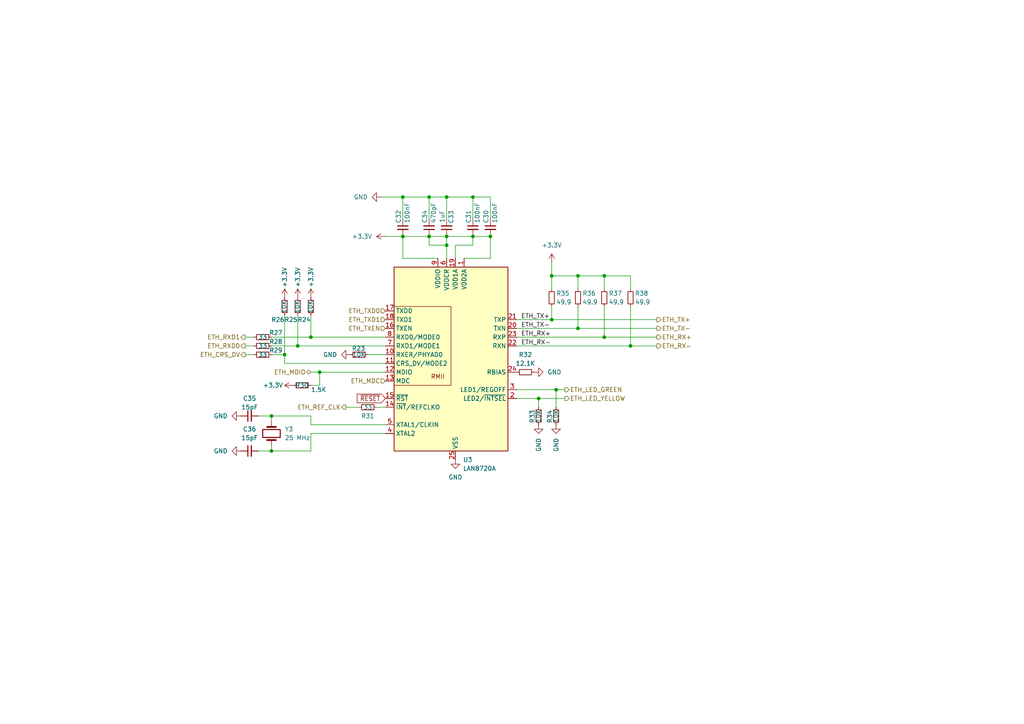
<source format=kicad_sch>
(kicad_sch (version 20230121) (generator eeschema)

  (uuid 23837e53-d86a-4d60-b012-27b5a1edff9f)

  (paper "A4")

  (lib_symbols
    (symbol "Device:C_Small" (pin_numbers hide) (pin_names (offset 0.254) hide) (in_bom yes) (on_board yes)
      (property "Reference" "C" (at 0.254 1.778 0)
        (effects (font (size 1.27 1.27)) (justify left))
      )
      (property "Value" "C_Small" (at 0.254 -2.032 0)
        (effects (font (size 1.27 1.27)) (justify left))
      )
      (property "Footprint" "" (at 0 0 0)
        (effects (font (size 1.27 1.27)) hide)
      )
      (property "Datasheet" "~" (at 0 0 0)
        (effects (font (size 1.27 1.27)) hide)
      )
      (property "ki_keywords" "capacitor cap" (at 0 0 0)
        (effects (font (size 1.27 1.27)) hide)
      )
      (property "ki_description" "Unpolarized capacitor, small symbol" (at 0 0 0)
        (effects (font (size 1.27 1.27)) hide)
      )
      (property "ki_fp_filters" "C_*" (at 0 0 0)
        (effects (font (size 1.27 1.27)) hide)
      )
      (symbol "C_Small_0_1"
        (polyline
          (pts
            (xy -1.524 -0.508)
            (xy 1.524 -0.508)
          )
          (stroke (width 0.3302) (type default))
          (fill (type none))
        )
        (polyline
          (pts
            (xy -1.524 0.508)
            (xy 1.524 0.508)
          )
          (stroke (width 0.3048) (type default))
          (fill (type none))
        )
      )
      (symbol "C_Small_1_1"
        (pin passive line (at 0 2.54 270) (length 2.032)
          (name "~" (effects (font (size 1.27 1.27))))
          (number "1" (effects (font (size 1.27 1.27))))
        )
        (pin passive line (at 0 -2.54 90) (length 2.032)
          (name "~" (effects (font (size 1.27 1.27))))
          (number "2" (effects (font (size 1.27 1.27))))
        )
      )
    )
    (symbol "Device:Crystal" (pin_numbers hide) (pin_names (offset 1.016) hide) (in_bom yes) (on_board yes)
      (property "Reference" "Y" (at 0 3.81 0)
        (effects (font (size 1.27 1.27)))
      )
      (property "Value" "Crystal" (at 0 -3.81 0)
        (effects (font (size 1.27 1.27)))
      )
      (property "Footprint" "" (at 0 0 0)
        (effects (font (size 1.27 1.27)) hide)
      )
      (property "Datasheet" "~" (at 0 0 0)
        (effects (font (size 1.27 1.27)) hide)
      )
      (property "ki_keywords" "quartz ceramic resonator oscillator" (at 0 0 0)
        (effects (font (size 1.27 1.27)) hide)
      )
      (property "ki_description" "Two pin crystal" (at 0 0 0)
        (effects (font (size 1.27 1.27)) hide)
      )
      (property "ki_fp_filters" "Crystal*" (at 0 0 0)
        (effects (font (size 1.27 1.27)) hide)
      )
      (symbol "Crystal_0_1"
        (rectangle (start -1.143 2.54) (end 1.143 -2.54)
          (stroke (width 0.3048) (type default))
          (fill (type none))
        )
        (polyline
          (pts
            (xy -2.54 0)
            (xy -1.905 0)
          )
          (stroke (width 0) (type default))
          (fill (type none))
        )
        (polyline
          (pts
            (xy -1.905 -1.27)
            (xy -1.905 1.27)
          )
          (stroke (width 0.508) (type default))
          (fill (type none))
        )
        (polyline
          (pts
            (xy 1.905 -1.27)
            (xy 1.905 1.27)
          )
          (stroke (width 0.508) (type default))
          (fill (type none))
        )
        (polyline
          (pts
            (xy 2.54 0)
            (xy 1.905 0)
          )
          (stroke (width 0) (type default))
          (fill (type none))
        )
      )
      (symbol "Crystal_1_1"
        (pin passive line (at -3.81 0 0) (length 1.27)
          (name "1" (effects (font (size 1.27 1.27))))
          (number "1" (effects (font (size 1.27 1.27))))
        )
        (pin passive line (at 3.81 0 180) (length 1.27)
          (name "2" (effects (font (size 1.27 1.27))))
          (number "2" (effects (font (size 1.27 1.27))))
        )
      )
    )
    (symbol "Device:R_Small" (pin_numbers hide) (pin_names (offset 0.254) hide) (in_bom yes) (on_board yes)
      (property "Reference" "R" (at 0.762 0.508 0)
        (effects (font (size 1.27 1.27)) (justify left))
      )
      (property "Value" "R_Small" (at 0.762 -1.016 0)
        (effects (font (size 1.27 1.27)) (justify left))
      )
      (property "Footprint" "" (at 0 0 0)
        (effects (font (size 1.27 1.27)) hide)
      )
      (property "Datasheet" "~" (at 0 0 0)
        (effects (font (size 1.27 1.27)) hide)
      )
      (property "ki_keywords" "R resistor" (at 0 0 0)
        (effects (font (size 1.27 1.27)) hide)
      )
      (property "ki_description" "Resistor, small symbol" (at 0 0 0)
        (effects (font (size 1.27 1.27)) hide)
      )
      (property "ki_fp_filters" "R_*" (at 0 0 0)
        (effects (font (size 1.27 1.27)) hide)
      )
      (symbol "R_Small_0_1"
        (rectangle (start -0.762 1.778) (end 0.762 -1.778)
          (stroke (width 0.2032) (type default))
          (fill (type none))
        )
      )
      (symbol "R_Small_1_1"
        (pin passive line (at 0 2.54 270) (length 0.762)
          (name "~" (effects (font (size 1.27 1.27))))
          (number "1" (effects (font (size 1.27 1.27))))
        )
        (pin passive line (at 0 -2.54 90) (length 0.762)
          (name "~" (effects (font (size 1.27 1.27))))
          (number "2" (effects (font (size 1.27 1.27))))
        )
      )
    )
    (symbol "Interface_Ethernet:LAN8720A" (in_bom yes) (on_board yes)
      (property "Reference" "U" (at -13.97 29.21 0)
        (effects (font (size 1.27 1.27)) (justify right))
      )
      (property "Value" "LAN8720A" (at 15.24 29.21 0)
        (effects (font (size 1.27 1.27)) (justify right))
      )
      (property "Footprint" "Package_DFN_QFN:VQFN-24-1EP_4x4mm_P0.5mm_EP2.5x2.5mm_ThermalVias" (at 1.27 -26.67 0)
        (effects (font (size 1.27 1.27)) (justify left) hide)
      )
      (property "Datasheet" "http://ww1.microchip.com/downloads/en/DeviceDoc/8720a.pdf" (at -5.08 -24.13 0)
        (effects (font (size 1.27 1.27)) hide)
      )
      (property "ki_keywords" "ETH PHY RMII" (at 0 0 0)
        (effects (font (size 1.27 1.27)) hide)
      )
      (property "ki_description" "LAN8720 Ethernet PHY with RMII interface, QFN-24" (at 0 0 0)
        (effects (font (size 1.27 1.27)) hide)
      )
      (property "ki_fp_filters" "VQFN*1EP*4x4mm*P0.5mm*" (at 0 0 0)
        (effects (font (size 1.27 1.27)) hide)
      )
      (symbol "LAN8720A_0_0"
        (text "RMII" (at -5.08 -3.81 0)
          (effects (font (size 1.27 1.27)))
        )
      )
      (symbol "LAN8720A_0_1"
        (rectangle (start -17.78 27.94) (end 15.24 -25.4)
          (stroke (width 0.254) (type default))
          (fill (type background))
        )
        (polyline
          (pts
            (xy -17.78 -6.35)
            (xy -1.27 -6.35)
            (xy -1.27 16.51)
            (xy -17.78 16.51)
          )
          (stroke (width 0) (type default))
          (fill (type none))
        )
      )
      (symbol "LAN8720A_1_1"
        (pin power_in line (at 2.54 30.48 270) (length 2.54)
          (name "VDD2A" (effects (font (size 1.27 1.27))))
          (number "1" (effects (font (size 1.27 1.27))))
        )
        (pin output line (at -20.32 2.54 0) (length 2.54)
          (name "RXER/PHYAD0" (effects (font (size 1.27 1.27))))
          (number "10" (effects (font (size 1.27 1.27))))
        )
        (pin bidirectional line (at -20.32 0 0) (length 2.54)
          (name "CRS_DV/MODE2" (effects (font (size 1.27 1.27))))
          (number "11" (effects (font (size 1.27 1.27))))
        )
        (pin bidirectional line (at -20.32 -2.54 0) (length 2.54)
          (name "MDIO" (effects (font (size 1.27 1.27))))
          (number "12" (effects (font (size 1.27 1.27))))
        )
        (pin input line (at -20.32 -5.08 0) (length 2.54)
          (name "MDC" (effects (font (size 1.27 1.27))))
          (number "13" (effects (font (size 1.27 1.27))))
        )
        (pin output line (at -20.32 -12.7 0) (length 2.54)
          (name "~{INT}/REFCLKO" (effects (font (size 1.27 1.27))))
          (number "14" (effects (font (size 1.27 1.27))))
        )
        (pin input line (at -20.32 -10.16 0) (length 2.54)
          (name "~{RST}" (effects (font (size 1.27 1.27))))
          (number "15" (effects (font (size 1.27 1.27))))
        )
        (pin input line (at -20.32 10.16 0) (length 2.54)
          (name "TXEN" (effects (font (size 1.27 1.27))))
          (number "16" (effects (font (size 1.27 1.27))))
        )
        (pin input line (at -20.32 15.24 0) (length 2.54)
          (name "TXD0" (effects (font (size 1.27 1.27))))
          (number "17" (effects (font (size 1.27 1.27))))
        )
        (pin input line (at -20.32 12.7 0) (length 2.54)
          (name "TXD1" (effects (font (size 1.27 1.27))))
          (number "18" (effects (font (size 1.27 1.27))))
        )
        (pin power_in line (at 0 30.48 270) (length 2.54)
          (name "VDD1A" (effects (font (size 1.27 1.27))))
          (number "19" (effects (font (size 1.27 1.27))))
        )
        (pin bidirectional line (at 17.78 -10.16 180) (length 2.54)
          (name "LED2/~{INTSEL}" (effects (font (size 1.27 1.27))))
          (number "2" (effects (font (size 1.27 1.27))))
        )
        (pin bidirectional line (at 17.78 10.16 180) (length 2.54)
          (name "TXN" (effects (font (size 1.27 1.27))))
          (number "20" (effects (font (size 1.27 1.27))))
        )
        (pin bidirectional line (at 17.78 12.7 180) (length 2.54)
          (name "TXP" (effects (font (size 1.27 1.27))))
          (number "21" (effects (font (size 1.27 1.27))))
        )
        (pin bidirectional line (at 17.78 5.08 180) (length 2.54)
          (name "RXN" (effects (font (size 1.27 1.27))))
          (number "22" (effects (font (size 1.27 1.27))))
        )
        (pin bidirectional line (at 17.78 7.62 180) (length 2.54)
          (name "RXP" (effects (font (size 1.27 1.27))))
          (number "23" (effects (font (size 1.27 1.27))))
        )
        (pin passive line (at 17.78 -2.54 180) (length 2.54)
          (name "RBIAS" (effects (font (size 1.27 1.27))))
          (number "24" (effects (font (size 1.27 1.27))))
        )
        (pin power_in line (at 0 -27.94 90) (length 2.54)
          (name "VSS" (effects (font (size 1.27 1.27))))
          (number "25" (effects (font (size 1.27 1.27))))
        )
        (pin bidirectional line (at 17.78 -7.62 180) (length 2.54)
          (name "LED1/REGOFF" (effects (font (size 1.27 1.27))))
          (number "3" (effects (font (size 1.27 1.27))))
        )
        (pin output line (at -20.32 -20.32 0) (length 2.54)
          (name "XTAL2" (effects (font (size 1.27 1.27))))
          (number "4" (effects (font (size 1.27 1.27))))
        )
        (pin input line (at -20.32 -17.78 0) (length 2.54)
          (name "XTAL1/CLKIN" (effects (font (size 1.27 1.27))))
          (number "5" (effects (font (size 1.27 1.27))))
        )
        (pin power_in line (at -2.54 30.48 270) (length 2.54)
          (name "VDDCR" (effects (font (size 1.27 1.27))))
          (number "6" (effects (font (size 1.27 1.27))))
        )
        (pin bidirectional line (at -20.32 5.08 0) (length 2.54)
          (name "RXD1/MODE1" (effects (font (size 1.27 1.27))))
          (number "7" (effects (font (size 1.27 1.27))))
        )
        (pin bidirectional line (at -20.32 7.62 0) (length 2.54)
          (name "RXD0/MODE0" (effects (font (size 1.27 1.27))))
          (number "8" (effects (font (size 1.27 1.27))))
        )
        (pin power_in line (at -5.08 30.48 270) (length 2.54)
          (name "VDDIO" (effects (font (size 1.27 1.27))))
          (number "9" (effects (font (size 1.27 1.27))))
        )
      )
    )
    (symbol "power:+3.3V" (power) (pin_names (offset 0)) (in_bom yes) (on_board yes)
      (property "Reference" "#PWR" (at 0 -3.81 0)
        (effects (font (size 1.27 1.27)) hide)
      )
      (property "Value" "+3.3V" (at 0 3.556 0)
        (effects (font (size 1.27 1.27)))
      )
      (property "Footprint" "" (at 0 0 0)
        (effects (font (size 1.27 1.27)) hide)
      )
      (property "Datasheet" "" (at 0 0 0)
        (effects (font (size 1.27 1.27)) hide)
      )
      (property "ki_keywords" "global power" (at 0 0 0)
        (effects (font (size 1.27 1.27)) hide)
      )
      (property "ki_description" "Power symbol creates a global label with name \"+3.3V\"" (at 0 0 0)
        (effects (font (size 1.27 1.27)) hide)
      )
      (symbol "+3.3V_0_1"
        (polyline
          (pts
            (xy -0.762 1.27)
            (xy 0 2.54)
          )
          (stroke (width 0) (type default))
          (fill (type none))
        )
        (polyline
          (pts
            (xy 0 0)
            (xy 0 2.54)
          )
          (stroke (width 0) (type default))
          (fill (type none))
        )
        (polyline
          (pts
            (xy 0 2.54)
            (xy 0.762 1.27)
          )
          (stroke (width 0) (type default))
          (fill (type none))
        )
      )
      (symbol "+3.3V_1_1"
        (pin power_in line (at 0 0 90) (length 0) hide
          (name "+3.3V" (effects (font (size 1.27 1.27))))
          (number "1" (effects (font (size 1.27 1.27))))
        )
      )
    )
    (symbol "power:GND" (power) (pin_names (offset 0)) (in_bom yes) (on_board yes)
      (property "Reference" "#PWR" (at 0 -6.35 0)
        (effects (font (size 1.27 1.27)) hide)
      )
      (property "Value" "GND" (at 0 -3.81 0)
        (effects (font (size 1.27 1.27)))
      )
      (property "Footprint" "" (at 0 0 0)
        (effects (font (size 1.27 1.27)) hide)
      )
      (property "Datasheet" "" (at 0 0 0)
        (effects (font (size 1.27 1.27)) hide)
      )
      (property "ki_keywords" "global power" (at 0 0 0)
        (effects (font (size 1.27 1.27)) hide)
      )
      (property "ki_description" "Power symbol creates a global label with name \"GND\" , ground" (at 0 0 0)
        (effects (font (size 1.27 1.27)) hide)
      )
      (symbol "GND_0_1"
        (polyline
          (pts
            (xy 0 0)
            (xy 0 -1.27)
            (xy 1.27 -1.27)
            (xy 0 -2.54)
            (xy -1.27 -1.27)
            (xy 0 -1.27)
          )
          (stroke (width 0) (type default))
          (fill (type none))
        )
      )
      (symbol "GND_1_1"
        (pin power_in line (at 0 0 270) (length 0) hide
          (name "GND" (effects (font (size 1.27 1.27))))
          (number "1" (effects (font (size 1.27 1.27))))
        )
      )
    )
  )

  (junction (at 129.54 57.15) (diameter 0) (color 0 0 0 0)
    (uuid 02521b79-f66b-431e-859c-c16483d01196)
  )
  (junction (at 161.29 113.03) (diameter 0) (color 0 0 0 0)
    (uuid 10ebe2d0-79c3-4850-bb3b-0d887ba6b4eb)
  )
  (junction (at 175.26 80.01) (diameter 0) (color 0 0 0 0)
    (uuid 11908fa8-3a7c-4410-860c-235f00e23ae5)
  )
  (junction (at 86.36 100.33) (diameter 0) (color 0 0 0 0)
    (uuid 32e8e27f-d27a-47cc-af95-b92bb025850d)
  )
  (junction (at 124.46 57.15) (diameter 0) (color 0 0 0 0)
    (uuid 39f3d245-dbfe-4a69-8d4e-b5728cc8648a)
  )
  (junction (at 167.64 95.25) (diameter 0) (color 0 0 0 0)
    (uuid 3df1e80d-6b2b-4f2f-8da2-c590ea6620a3)
  )
  (junction (at 156.21 115.57) (diameter 0) (color 0 0 0 0)
    (uuid 3ea7415f-0738-4dba-834e-8a5562c3cbf6)
  )
  (junction (at 129.54 68.58) (diameter 0) (color 0 0 0 0)
    (uuid 63e76feb-be79-4d1b-b8c6-d0e2585334d6)
  )
  (junction (at 160.02 92.71) (diameter 0) (color 0 0 0 0)
    (uuid 758b9dea-37d4-429d-b0f4-5a8ad960f976)
  )
  (junction (at 160.02 80.01) (diameter 0) (color 0 0 0 0)
    (uuid 77f7affb-9dd4-488b-b129-2f028c589c90)
  )
  (junction (at 129.54 71.12) (diameter 0) (color 0 0 0 0)
    (uuid 7a1df3c3-5d99-4289-a978-2b500efa5141)
  )
  (junction (at 142.24 68.58) (diameter 0) (color 0 0 0 0)
    (uuid 7b52ba8f-0d0b-402f-a4a2-f76fbe54720c)
  )
  (junction (at 78.74 120.65) (diameter 0) (color 0 0 0 0)
    (uuid 83586c06-99c3-4537-9d31-e219b4a59250)
  )
  (junction (at 116.84 57.15) (diameter 0) (color 0 0 0 0)
    (uuid 8490b78c-c5ca-4226-9065-4bf993e33f12)
  )
  (junction (at 78.74 130.81) (diameter 0) (color 0 0 0 0)
    (uuid 8b561587-1d61-40ea-b418-f6f03ea573a7)
  )
  (junction (at 116.84 68.58) (diameter 0) (color 0 0 0 0)
    (uuid 8b5b9e10-17a2-480a-9178-860ec06b28fe)
  )
  (junction (at 137.16 57.15) (diameter 0) (color 0 0 0 0)
    (uuid 939757cc-5399-4a59-bc4f-70b452a1d2e1)
  )
  (junction (at 92.71 107.95) (diameter 0) (color 0 0 0 0)
    (uuid 94a843bc-eb06-49de-bd42-ef077ad7a729)
  )
  (junction (at 124.46 68.58) (diameter 0) (color 0 0 0 0)
    (uuid 983407cc-5c1f-4222-9ceb-f30b2fb35bd0)
  )
  (junction (at 137.16 68.58) (diameter 0) (color 0 0 0 0)
    (uuid 9853bf21-2d88-42e7-a6aa-410e9b4eb25c)
  )
  (junction (at 82.55 102.87) (diameter 0) (color 0 0 0 0)
    (uuid bbec71ed-74fc-49dc-9e0d-23d9e73c9a1d)
  )
  (junction (at 175.26 97.79) (diameter 0) (color 0 0 0 0)
    (uuid bc5c0385-101c-4709-959e-f020d2a1e53d)
  )
  (junction (at 182.88 100.33) (diameter 0) (color 0 0 0 0)
    (uuid e2d52f71-4937-4814-9361-1d47443aee82)
  )
  (junction (at 90.17 97.79) (diameter 0) (color 0 0 0 0)
    (uuid e6f94c37-de46-44f7-b863-f14c42b9d047)
  )
  (junction (at 167.64 80.01) (diameter 0) (color 0 0 0 0)
    (uuid f308029e-8a94-4b2c-a322-2b65eb59a682)
  )

  (wire (pts (xy 149.86 92.71) (xy 160.02 92.71))
    (stroke (width 0) (type default))
    (uuid 0018b86d-84e0-4c55-9636-a94772c33992)
  )
  (wire (pts (xy 156.21 115.57) (xy 156.21 118.11))
    (stroke (width 0) (type default))
    (uuid 00647a9d-7608-43c0-972f-e11fd47b7429)
  )
  (wire (pts (xy 142.24 74.93) (xy 142.24 68.58))
    (stroke (width 0) (type default))
    (uuid 02a35e61-14cd-418a-975f-0761895193d1)
  )
  (wire (pts (xy 175.26 80.01) (xy 175.26 83.82))
    (stroke (width 0) (type default))
    (uuid 0470f2ac-f5f4-4cd0-8d60-c38dc11c70a5)
  )
  (wire (pts (xy 78.74 130.81) (xy 78.74 129.54))
    (stroke (width 0) (type default))
    (uuid 05522b3f-c61d-4e8f-bc78-d58ea4f86eb1)
  )
  (wire (pts (xy 124.46 57.15) (xy 124.46 63.5))
    (stroke (width 0) (type default))
    (uuid 08a857d5-82b8-4907-8252-68685cf46832)
  )
  (wire (pts (xy 129.54 68.58) (xy 129.54 71.12))
    (stroke (width 0) (type default))
    (uuid 08d9fd44-df28-4f97-8021-37d1feb9ec9a)
  )
  (wire (pts (xy 74.93 120.65) (xy 78.74 120.65))
    (stroke (width 0) (type default))
    (uuid 0c0e439c-2dd6-42fd-9000-5d0e69ba6a75)
  )
  (wire (pts (xy 82.55 91.44) (xy 82.55 102.87))
    (stroke (width 0) (type default))
    (uuid 0e6fd3b9-cca4-475e-b04f-7e544ac649ae)
  )
  (wire (pts (xy 74.93 130.81) (xy 78.74 130.81))
    (stroke (width 0) (type default))
    (uuid 0e7b2abd-50dc-4815-9cfc-e29a6cd75acc)
  )
  (wire (pts (xy 92.71 107.95) (xy 92.71 111.76))
    (stroke (width 0) (type default))
    (uuid 0f623fa9-dac7-41f7-8be5-2c327856623b)
  )
  (wire (pts (xy 90.17 123.19) (xy 90.17 120.65))
    (stroke (width 0) (type default))
    (uuid 0f944431-7cbc-422b-ae35-3dd5f388b46f)
  )
  (wire (pts (xy 90.17 120.65) (xy 78.74 120.65))
    (stroke (width 0) (type default))
    (uuid 102bb479-4bd9-49bc-9a02-20220bd9fda5)
  )
  (wire (pts (xy 111.76 97.79) (xy 90.17 97.79))
    (stroke (width 0) (type default))
    (uuid 182ab395-f49d-4795-a70e-d74cd40c4b2e)
  )
  (wire (pts (xy 149.86 115.57) (xy 156.21 115.57))
    (stroke (width 0) (type default))
    (uuid 18754486-b091-44cc-9d0f-145530277549)
  )
  (wire (pts (xy 78.74 120.65) (xy 78.74 121.92))
    (stroke (width 0) (type default))
    (uuid 1ada3d23-b53e-4b6d-961f-972f59ec6b91)
  )
  (wire (pts (xy 127 74.93) (xy 116.84 74.93))
    (stroke (width 0) (type default))
    (uuid 23408c4c-ada9-430e-86d8-abc19365cde7)
  )
  (wire (pts (xy 137.16 68.58) (xy 142.24 68.58))
    (stroke (width 0) (type default))
    (uuid 25ae9651-e0fd-47e1-abff-ea300ba90116)
  )
  (wire (pts (xy 82.55 102.87) (xy 82.55 105.41))
    (stroke (width 0) (type default))
    (uuid 26788123-9cd8-45fc-97da-9777d35a032b)
  )
  (wire (pts (xy 116.84 68.58) (xy 124.46 68.58))
    (stroke (width 0) (type default))
    (uuid 26c158aa-7dc2-4a3e-a6ef-4a51db918395)
  )
  (wire (pts (xy 161.29 113.03) (xy 161.29 118.11))
    (stroke (width 0) (type default))
    (uuid 2f962f41-23fc-4f9f-ab43-7efbb8b166e4)
  )
  (wire (pts (xy 111.76 123.19) (xy 90.17 123.19))
    (stroke (width 0) (type default))
    (uuid 31b15050-93fc-4247-8870-59769cbc4aab)
  )
  (wire (pts (xy 175.26 80.01) (xy 182.88 80.01))
    (stroke (width 0) (type default))
    (uuid 32dad9d1-c124-403c-a5ec-2438aad114e0)
  )
  (wire (pts (xy 71.12 102.87) (xy 73.66 102.87))
    (stroke (width 0) (type default))
    (uuid 359e1998-9423-4170-8907-d8786ea050d1)
  )
  (wire (pts (xy 137.16 57.15) (xy 137.16 63.5))
    (stroke (width 0) (type default))
    (uuid 36cd742f-c6c4-45c6-a9e0-b10723d9057e)
  )
  (wire (pts (xy 111.76 125.73) (xy 90.17 125.73))
    (stroke (width 0) (type default))
    (uuid 3bd36531-0631-4097-a5e5-19a95bccf9f1)
  )
  (wire (pts (xy 160.02 92.71) (xy 160.02 88.9))
    (stroke (width 0) (type default))
    (uuid 41eded70-99ff-4736-892b-757f1db832a7)
  )
  (wire (pts (xy 92.71 107.95) (xy 111.76 107.95))
    (stroke (width 0) (type default))
    (uuid 430a4db2-3e0c-4a73-ad2a-8f85d6e876e5)
  )
  (wire (pts (xy 161.29 113.03) (xy 163.83 113.03))
    (stroke (width 0) (type default))
    (uuid 487ab8c2-ba02-455b-8eeb-ac44967b6a70)
  )
  (wire (pts (xy 124.46 57.15) (xy 129.54 57.15))
    (stroke (width 0) (type default))
    (uuid 498cde86-76f1-4389-9612-a0845649e524)
  )
  (wire (pts (xy 182.88 100.33) (xy 190.5 100.33))
    (stroke (width 0) (type default))
    (uuid 50a3f1df-2544-4d39-abc0-3a3bd8624380)
  )
  (wire (pts (xy 106.68 102.87) (xy 111.76 102.87))
    (stroke (width 0) (type default))
    (uuid 52f929d7-c6be-42f8-99b6-12fa635640f9)
  )
  (wire (pts (xy 175.26 97.79) (xy 175.26 88.9))
    (stroke (width 0) (type default))
    (uuid 55a20e1d-c6e3-45b2-a789-3ed0897a99ff)
  )
  (wire (pts (xy 137.16 57.15) (xy 142.24 57.15))
    (stroke (width 0) (type default))
    (uuid 592d1c33-34fd-4efc-b908-d2c6a85e932c)
  )
  (wire (pts (xy 129.54 71.12) (xy 124.46 71.12))
    (stroke (width 0) (type default))
    (uuid 596efbcd-a262-46e3-8c31-848207e90800)
  )
  (wire (pts (xy 175.26 97.79) (xy 190.5 97.79))
    (stroke (width 0) (type default))
    (uuid 5b133bc5-faf7-4d0d-a1c5-2c028e1ae11d)
  )
  (wire (pts (xy 149.86 97.79) (xy 175.26 97.79))
    (stroke (width 0) (type default))
    (uuid 68044bfd-ae6f-49fb-aa32-f57706d59075)
  )
  (wire (pts (xy 156.21 115.57) (xy 163.83 115.57))
    (stroke (width 0) (type default))
    (uuid 6b06317a-e2be-4420-a739-c327efbccd41)
  )
  (wire (pts (xy 78.74 97.79) (xy 90.17 97.79))
    (stroke (width 0) (type default))
    (uuid 6b587042-74cc-45c2-af20-4ab9760e1e66)
  )
  (wire (pts (xy 90.17 111.76) (xy 92.71 111.76))
    (stroke (width 0) (type default))
    (uuid 7c0e077c-ec24-49f0-8505-0bf5cad158d4)
  )
  (wire (pts (xy 116.84 74.93) (xy 116.84 68.58))
    (stroke (width 0) (type default))
    (uuid 803367f1-062e-4f3f-97af-59cf47a655cd)
  )
  (wire (pts (xy 71.12 97.79) (xy 73.66 97.79))
    (stroke (width 0) (type default))
    (uuid 8042817e-b998-4732-8084-d67b3bd94483)
  )
  (wire (pts (xy 149.86 113.03) (xy 161.29 113.03))
    (stroke (width 0) (type default))
    (uuid 85b8b29e-48c7-4673-97dd-b362ac7fab36)
  )
  (wire (pts (xy 124.46 68.58) (xy 129.54 68.58))
    (stroke (width 0) (type default))
    (uuid 8bce072a-b8ac-42d0-8409-ef1b4ec2beb2)
  )
  (wire (pts (xy 124.46 71.12) (xy 124.46 68.58))
    (stroke (width 0) (type default))
    (uuid 90f9991a-c976-4a82-86f8-50411b3420b1)
  )
  (wire (pts (xy 129.54 74.93) (xy 129.54 71.12))
    (stroke (width 0) (type default))
    (uuid 93d6d363-b9f7-417a-b7fa-fe02f28e35c0)
  )
  (wire (pts (xy 111.76 105.41) (xy 82.55 105.41))
    (stroke (width 0) (type default))
    (uuid 9721aa09-15cb-400f-8214-ffe21c8b532e)
  )
  (wire (pts (xy 167.64 80.01) (xy 167.64 83.82))
    (stroke (width 0) (type default))
    (uuid 9c16fd61-9e7e-44c9-adbc-69c5443c0e62)
  )
  (wire (pts (xy 116.84 57.15) (xy 124.46 57.15))
    (stroke (width 0) (type default))
    (uuid 9ecfbe19-ae9e-495e-a89a-cfbc59629646)
  )
  (wire (pts (xy 109.22 118.11) (xy 111.76 118.11))
    (stroke (width 0) (type default))
    (uuid a177ea0c-a7f5-49b7-a62e-59d6a2a66e1c)
  )
  (wire (pts (xy 167.64 95.25) (xy 190.5 95.25))
    (stroke (width 0) (type default))
    (uuid a36cb641-3728-4d42-872d-2a26fe699453)
  )
  (wire (pts (xy 160.02 92.71) (xy 190.5 92.71))
    (stroke (width 0) (type default))
    (uuid a9ebeacb-be44-4c52-bec7-b87d4c431d58)
  )
  (wire (pts (xy 129.54 68.58) (xy 137.16 68.58))
    (stroke (width 0) (type default))
    (uuid aa670753-d4cb-4cd7-98f2-24b50de4baf3)
  )
  (wire (pts (xy 116.84 63.5) (xy 116.84 57.15))
    (stroke (width 0) (type default))
    (uuid b1ac592d-1597-4914-98df-b21576466a6d)
  )
  (wire (pts (xy 111.76 100.33) (xy 86.36 100.33))
    (stroke (width 0) (type default))
    (uuid b5a10096-5cf7-4aa3-b26b-702d747d262a)
  )
  (wire (pts (xy 142.24 57.15) (xy 142.24 63.5))
    (stroke (width 0) (type default))
    (uuid b8c780f1-965a-40f7-ada0-4b9ac375bc48)
  )
  (wire (pts (xy 100.33 118.11) (xy 104.14 118.11))
    (stroke (width 0) (type default))
    (uuid b9df8a2a-6532-4bb4-a9f7-8d4230ab9910)
  )
  (wire (pts (xy 71.12 100.33) (xy 73.66 100.33))
    (stroke (width 0) (type default))
    (uuid bb7ee90c-4109-4c03-b6d1-dbff3c88034b)
  )
  (wire (pts (xy 90.17 125.73) (xy 90.17 130.81))
    (stroke (width 0) (type default))
    (uuid bbd529a7-74e5-4dd8-a592-79446a7e7589)
  )
  (wire (pts (xy 160.02 80.01) (xy 167.64 80.01))
    (stroke (width 0) (type default))
    (uuid c0c0511d-585e-498c-8155-1559d3789106)
  )
  (wire (pts (xy 132.08 71.12) (xy 137.16 71.12))
    (stroke (width 0) (type default))
    (uuid c0c6e541-5eb0-449d-8eae-8ae5c00fcac6)
  )
  (wire (pts (xy 78.74 102.87) (xy 82.55 102.87))
    (stroke (width 0) (type default))
    (uuid c3f4947b-59e3-4d51-8d8f-7a31296e9667)
  )
  (wire (pts (xy 149.86 100.33) (xy 182.88 100.33))
    (stroke (width 0) (type default))
    (uuid c71ff6c2-b5dd-40c9-8d30-60343b24830f)
  )
  (wire (pts (xy 132.08 74.93) (xy 132.08 71.12))
    (stroke (width 0) (type default))
    (uuid ca67c0ee-899c-426d-8833-4f811ce3c3de)
  )
  (wire (pts (xy 182.88 80.01) (xy 182.88 83.82))
    (stroke (width 0) (type default))
    (uuid ce6087ff-8695-4245-bbb2-19ffd3f094f6)
  )
  (wire (pts (xy 78.74 100.33) (xy 86.36 100.33))
    (stroke (width 0) (type default))
    (uuid d3df053f-3904-4fe5-8617-1a0dc0de76e4)
  )
  (wire (pts (xy 90.17 97.79) (xy 90.17 91.44))
    (stroke (width 0) (type default))
    (uuid d4821cc0-2af7-406a-9dd3-8b44a9f5f579)
  )
  (wire (pts (xy 167.64 95.25) (xy 167.64 88.9))
    (stroke (width 0) (type default))
    (uuid db5a4b34-3811-45ed-af4d-97e6008e667c)
  )
  (wire (pts (xy 160.02 76.2) (xy 160.02 80.01))
    (stroke (width 0) (type default))
    (uuid dbbb0e96-b198-438d-a9e6-420845eb9c32)
  )
  (wire (pts (xy 137.16 71.12) (xy 137.16 68.58))
    (stroke (width 0) (type default))
    (uuid de96c9f5-6c8d-416f-850c-78ae17121636)
  )
  (wire (pts (xy 160.02 83.82) (xy 160.02 80.01))
    (stroke (width 0) (type default))
    (uuid e0d616fb-5cc6-4da6-b3aa-bca5cf10f1a7)
  )
  (wire (pts (xy 129.54 57.15) (xy 137.16 57.15))
    (stroke (width 0) (type default))
    (uuid e2d5b4b0-a4d1-48b6-8f6f-bb97bfd568fd)
  )
  (wire (pts (xy 134.62 74.93) (xy 142.24 74.93))
    (stroke (width 0) (type default))
    (uuid e6c658a6-b795-4da1-b373-dfc56edfa8f0)
  )
  (wire (pts (xy 90.17 130.81) (xy 78.74 130.81))
    (stroke (width 0) (type default))
    (uuid f4333a5f-4ec0-4f49-afc4-d2fbdb5970d3)
  )
  (wire (pts (xy 86.36 100.33) (xy 86.36 91.44))
    (stroke (width 0) (type default))
    (uuid f455d583-a076-4ef9-b431-d23410a75b7b)
  )
  (wire (pts (xy 110.49 57.15) (xy 116.84 57.15))
    (stroke (width 0) (type default))
    (uuid f5d03e4b-3705-435c-bb94-eab94bb6d0d5)
  )
  (wire (pts (xy 167.64 80.01) (xy 175.26 80.01))
    (stroke (width 0) (type default))
    (uuid f8982bf9-a3e0-4643-aba6-486c0d7879c8)
  )
  (wire (pts (xy 149.86 95.25) (xy 167.64 95.25))
    (stroke (width 0) (type default))
    (uuid f8a1f54c-e674-4918-b1cc-d0a818be3e9b)
  )
  (wire (pts (xy 182.88 100.33) (xy 182.88 88.9))
    (stroke (width 0) (type default))
    (uuid fd7caf70-2406-4a87-97af-73d651a97e67)
  )
  (wire (pts (xy 129.54 57.15) (xy 129.54 63.5))
    (stroke (width 0) (type default))
    (uuid fe0e6a29-d945-44c6-ac9c-ed186d5a7ea0)
  )
  (wire (pts (xy 111.76 68.58) (xy 116.84 68.58))
    (stroke (width 0) (type default))
    (uuid feafb2fb-2ba5-48a6-b925-93accbc20cbd)
  )
  (wire (pts (xy 90.17 107.95) (xy 92.71 107.95))
    (stroke (width 0) (type default))
    (uuid ff14e260-9b68-406d-b248-587afa23d264)
  )

  (label "ETH_RX+" (at 151.13 97.79 0) (fields_autoplaced)
    (effects (font (size 1.27 1.27)) (justify left bottom))
    (uuid 3a0ac0c5-277b-42f8-8b2c-503f8fce5b19)
  )
  (label "ETH_TX-" (at 151.13 95.25 0) (fields_autoplaced)
    (effects (font (size 1.27 1.27)) (justify left bottom))
    (uuid 8baded3f-dbd4-4f9b-9f9e-a39428878406)
  )
  (label "ETH_TX+" (at 151.13 92.71 0) (fields_autoplaced)
    (effects (font (size 1.27 1.27)) (justify left bottom))
    (uuid b70925e6-a6f2-484a-b922-08dff5581aa4)
  )
  (label "ETH_RX-" (at 151.13 100.33 0) (fields_autoplaced)
    (effects (font (size 1.27 1.27)) (justify left bottom))
    (uuid fa9251d7-3e9f-4833-b30d-fcec6f8b1f51)
  )

  (global_label "~{RESET}" (shape input) (at 111.76 115.57 180) (fields_autoplaced)
    (effects (font (size 1.27 1.27)) (justify right))
    (uuid a65b162a-4321-4f70-adab-62ddcc9372f9)
    (property "Intersheetrefs" "${INTERSHEET_REFS}" (at 103.0297 115.57 0)
      (effects (font (size 1.27 1.27)) (justify right) hide)
    )
  )

  (hierarchical_label "ETH_RX+" (shape output) (at 190.5 97.79 0) (fields_autoplaced)
    (effects (font (size 1.27 1.27)) (justify left))
    (uuid 06eddf0c-1cc4-48b7-9b8d-08537080aae9)
  )
  (hierarchical_label "ETH_MDC" (shape input) (at 111.76 110.49 180) (fields_autoplaced)
    (effects (font (size 1.27 1.27)) (justify right))
    (uuid 161eebd8-2bf7-4440-9fb2-18105ceecc49)
  )
  (hierarchical_label "ETH_MDIO" (shape bidirectional) (at 90.17 107.95 180) (fields_autoplaced)
    (effects (font (size 1.27 1.27)) (justify right))
    (uuid 7065b8e4-0f6b-4056-8732-c8258edbc6f6)
  )
  (hierarchical_label "ETH_TXEN" (shape input) (at 111.76 95.25 180) (fields_autoplaced)
    (effects (font (size 1.27 1.27)) (justify right))
    (uuid 8cd69e98-5c99-4461-89a7-4c33dabd298b)
  )
  (hierarchical_label "ETH_CRS_DV" (shape output) (at 71.12 102.87 180) (fields_autoplaced)
    (effects (font (size 1.27 1.27)) (justify right))
    (uuid 8f3147eb-eb9d-4ed1-90cf-13e244bb181b)
  )
  (hierarchical_label "ETH_LED_YELLOW" (shape output) (at 163.83 115.57 0) (fields_autoplaced)
    (effects (font (size 1.27 1.27)) (justify left))
    (uuid 90a0ceb4-79a9-446d-9ebf-437d6b11e956)
  )
  (hierarchical_label "ETH_TX+" (shape output) (at 190.5 92.71 0) (fields_autoplaced)
    (effects (font (size 1.27 1.27)) (justify left))
    (uuid 9b2d171c-74bf-47ba-8976-60bffb141a34)
  )
  (hierarchical_label "ETH_TXD0" (shape input) (at 111.76 90.17 180) (fields_autoplaced)
    (effects (font (size 1.27 1.27)) (justify right))
    (uuid a26b4a98-7d24-4585-8b4b-54c45d2c0f07)
  )
  (hierarchical_label "ETH_LED_GREEN" (shape output) (at 163.83 113.03 0) (fields_autoplaced)
    (effects (font (size 1.27 1.27)) (justify left))
    (uuid ae5c6f32-6cd9-4085-9b5e-b5de8d41f77a)
  )
  (hierarchical_label "ETH_REF_CLK" (shape output) (at 100.33 118.11 180) (fields_autoplaced)
    (effects (font (size 1.27 1.27)) (justify right))
    (uuid b011f375-6a7a-4fcd-bbee-ae971b674666)
  )
  (hierarchical_label "ETH_RX-" (shape output) (at 190.5 100.33 0) (fields_autoplaced)
    (effects (font (size 1.27 1.27)) (justify left))
    (uuid b437e9d3-9aa1-4da5-8a98-f349644b45c0)
  )
  (hierarchical_label "ETH_TXD1" (shape input) (at 111.76 92.71 180) (fields_autoplaced)
    (effects (font (size 1.27 1.27)) (justify right))
    (uuid c1392eee-e58c-4c73-93f0-c31e9c44754d)
  )
  (hierarchical_label "ETH_RXD0" (shape output) (at 71.12 100.33 180) (fields_autoplaced)
    (effects (font (size 1.27 1.27)) (justify right))
    (uuid d455804c-936b-4552-997e-b3a1dea2ab99)
  )
  (hierarchical_label "ETH_RXD1" (shape output) (at 71.12 97.79 180) (fields_autoplaced)
    (effects (font (size 1.27 1.27)) (justify right))
    (uuid e613f65f-68ca-4bcd-9498-c76e013510e0)
  )
  (hierarchical_label "ETH_TX-" (shape output) (at 190.5 95.25 0) (fields_autoplaced)
    (effects (font (size 1.27 1.27)) (justify left))
    (uuid f53c9a96-a3f1-47b4-8fe6-20eccaa31e05)
  )

  (symbol (lib_id "Device:R_Small") (at 152.4 107.95 90) (unit 1)
    (in_bom yes) (on_board yes) (dnp no)
    (uuid 02196e49-c9e2-4a02-86d5-2952ece9140a)
    (property "Reference" "R32" (at 152.4 102.87 90)
      (effects (font (size 1.27 1.27)))
    )
    (property "Value" "12.1K" (at 152.4 105.41 90)
      (effects (font (size 1.27 1.27)))
    )
    (property "Footprint" "Resistor_SMD:R_0402_1005Metric" (at 152.4 107.95 0)
      (effects (font (size 1.27 1.27)) hide)
    )
    (property "Datasheet" "~" (at 152.4 107.95 0)
      (effects (font (size 1.27 1.27)) hide)
    )
    (property "LCSC" "C208792" (at 152.4 107.95 90)
      (effects (font (size 1.27 1.27)) hide)
    )
    (pin "1" (uuid a9b31e46-968c-4e8b-927d-93d83dc8e09c))
    (pin "2" (uuid 306fe8a3-8ff3-4e38-b332-b033a8b9cd60))
    (instances
      (project "ecu-kicad-v0.4"
        (path "/36cc65d2-4dd3-4f51-bcce-4252e60c9ae8/fdc55e67-a23b-49ec-b653-f7cab199c7ef"
          (reference "R32") (unit 1)
        )
      )
    )
  )

  (symbol (lib_id "power:GND") (at 110.49 57.15 270) (unit 1)
    (in_bom yes) (on_board yes) (dnp no) (fields_autoplaced)
    (uuid 05aebc6b-7d80-4e09-9560-347a181efc7c)
    (property "Reference" "#PWR044" (at 104.14 57.15 0)
      (effects (font (size 1.27 1.27)) hide)
    )
    (property "Value" "GND" (at 106.68 57.15 90)
      (effects (font (size 1.27 1.27)) (justify right))
    )
    (property "Footprint" "" (at 110.49 57.15 0)
      (effects (font (size 1.27 1.27)) hide)
    )
    (property "Datasheet" "" (at 110.49 57.15 0)
      (effects (font (size 1.27 1.27)) hide)
    )
    (pin "1" (uuid 81fea565-1226-4c72-8843-2dbc0f0f23d7))
    (instances
      (project "ecu-kicad-v0.4"
        (path "/36cc65d2-4dd3-4f51-bcce-4252e60c9ae8/fdc55e67-a23b-49ec-b653-f7cab199c7ef"
          (reference "#PWR044") (unit 1)
        )
      )
    )
  )

  (symbol (lib_id "Device:R_Small") (at 76.2 97.79 90) (unit 1)
    (in_bom yes) (on_board yes) (dnp no)
    (uuid 0cde69ee-a217-4d43-ba99-d609d488f6ba)
    (property "Reference" "R27" (at 80.01 96.52 90)
      (effects (font (size 1.27 1.27)))
    )
    (property "Value" "33" (at 76.2 97.79 90)
      (effects (font (size 1.27 1.27)))
    )
    (property "Footprint" "Resistor_SMD:R_0402_1005Metric" (at 76.2 97.79 0)
      (effects (font (size 1.27 1.27)) hide)
    )
    (property "Datasheet" "~" (at 76.2 97.79 0)
      (effects (font (size 1.27 1.27)) hide)
    )
    (property "LCSC" "C25105" (at 76.2 97.79 90)
      (effects (font (size 1.27 1.27)) hide)
    )
    (pin "1" (uuid f468cf18-ed5f-4316-9c57-a5bdc7b7bcc3))
    (pin "2" (uuid 65b3b248-387f-4545-8840-ff34f59ff0b6))
    (instances
      (project "ecu-kicad-v0.4"
        (path "/36cc65d2-4dd3-4f51-bcce-4252e60c9ae8/fdc55e67-a23b-49ec-b653-f7cab199c7ef"
          (reference "R27") (unit 1)
        )
      )
    )
  )

  (symbol (lib_id "Device:R_Small") (at 175.26 86.36 0) (unit 1)
    (in_bom yes) (on_board yes) (dnp no)
    (uuid 14cdf912-ab2e-44fc-a18b-e5448d966c2f)
    (property "Reference" "R37" (at 176.53 85.09 0)
      (effects (font (size 1.27 1.27)) (justify left))
    )
    (property "Value" "49.9" (at 176.53 87.63 0)
      (effects (font (size 1.27 1.27)) (justify left))
    )
    (property "Footprint" "Resistor_SMD:R_0402_1005Metric" (at 175.26 86.36 0)
      (effects (font (size 1.27 1.27)) hide)
    )
    (property "Datasheet" "~" (at 175.26 86.36 0)
      (effects (font (size 1.27 1.27)) hide)
    )
    (property "LCSC" "C25120" (at 175.26 86.36 0)
      (effects (font (size 1.27 1.27)) hide)
    )
    (pin "1" (uuid f8a2b5f0-0ed9-467d-a416-d4211d3049cf))
    (pin "2" (uuid 44d47aeb-3314-4202-bfa8-71310962d004))
    (instances
      (project "ecu-kicad-v0.4"
        (path "/36cc65d2-4dd3-4f51-bcce-4252e60c9ae8/fdc55e67-a23b-49ec-b653-f7cab199c7ef"
          (reference "R37") (unit 1)
        )
      )
    )
  )

  (symbol (lib_id "Interface_Ethernet:LAN8720A") (at 132.08 105.41 0) (unit 1)
    (in_bom yes) (on_board yes) (dnp no) (fields_autoplaced)
    (uuid 1b56a150-f169-49b7-a9ae-b1f1200a7169)
    (property "Reference" "U3" (at 134.2741 133.35 0)
      (effects (font (size 1.27 1.27)) (justify left))
    )
    (property "Value" "LAN8720A" (at 134.2741 135.89 0)
      (effects (font (size 1.27 1.27)) (justify left))
    )
    (property "Footprint" "Package_DFN_QFN:VQFN-24-1EP_4x4mm_P0.5mm_EP2.5x2.5mm_ThermalVias" (at 133.35 132.08 0)
      (effects (font (size 1.27 1.27)) (justify left) hide)
    )
    (property "Datasheet" "http://ww1.microchip.com/downloads/en/DeviceDoc/8720a.pdf" (at 127 129.54 0)
      (effects (font (size 1.27 1.27)) hide)
    )
    (property "LCSC" "C45223" (at 132.08 105.41 0)
      (effects (font (size 1.27 1.27)) hide)
    )
    (pin "13" (uuid d4598128-61e7-48fd-9cfd-f8a6004f23fe))
    (pin "18" (uuid 903a550e-cd64-4d51-92db-903b177687e5))
    (pin "19" (uuid b0cdb18d-18df-4060-b992-e60482075c5e))
    (pin "2" (uuid 1b0c512f-c1a7-497b-ab5b-474cdcaa22e1))
    (pin "1" (uuid 59be60cd-65f0-4fc8-b7ff-3417b6856caf))
    (pin "22" (uuid 353389ec-d043-4186-9f25-2a5c0ad978f7))
    (pin "11" (uuid 0a17f00a-7c28-4c9a-a97f-3ef00e49fc32))
    (pin "14" (uuid 56130b37-d776-4c1c-aef4-356bb8af7e2d))
    (pin "17" (uuid bd14a22b-ea70-4e5e-b67b-bd7057acd784))
    (pin "20" (uuid 3c2557db-47be-4d9a-b467-87b8fc3ac3a4))
    (pin "21" (uuid ba3f8341-8483-491a-ba1a-a18c421b0527))
    (pin "12" (uuid 2bdbb5df-8f8e-4a37-a7c0-8741ae14572e))
    (pin "15" (uuid 0605a11e-53b3-46b8-a9fd-e37cf2963e08))
    (pin "16" (uuid 23b6adfb-6087-4c6d-b3c5-92ad79e08df5))
    (pin "10" (uuid 93fc30b2-f091-4f1a-bf09-d66ddfc05512))
    (pin "7" (uuid 3fd358c1-4718-4445-b3fc-32af359dccdd))
    (pin "8" (uuid a1d4723b-0391-4719-9d27-b16f27138f2f))
    (pin "6" (uuid 2cf5e1a6-89a4-4aed-b7f5-0a8d6f10fc39))
    (pin "25" (uuid c1d8284d-ccef-49c4-ae11-b1730f271233))
    (pin "3" (uuid e8b4b419-e55d-4d30-9717-03b7ac49b853))
    (pin "24" (uuid 97fddbb5-5000-401a-be2e-99e0e6214496))
    (pin "5" (uuid b78a1949-6001-4159-a515-279d66695711))
    (pin "4" (uuid 98bc991c-04b7-4bff-99f5-e6ee5761164d))
    (pin "23" (uuid 7d35cc35-648a-49bc-8bad-73dbafae927a))
    (pin "9" (uuid 5bb271f0-ffa3-4840-b123-5290b4a70e3f))
    (instances
      (project "ecu-kicad-v0.4"
        (path "/36cc65d2-4dd3-4f51-bcce-4252e60c9ae8/fdc55e67-a23b-49ec-b653-f7cab199c7ef"
          (reference "U3") (unit 1)
        )
      )
    )
  )

  (symbol (lib_id "Device:R_Small") (at 76.2 100.33 90) (unit 1)
    (in_bom yes) (on_board yes) (dnp no)
    (uuid 226c5a40-1a2e-43dc-bac0-0167bcab70a1)
    (property "Reference" "R28" (at 80.01 99.06 90)
      (effects (font (size 1.27 1.27)))
    )
    (property "Value" "33" (at 76.2 100.33 90)
      (effects (font (size 1.27 1.27)))
    )
    (property "Footprint" "Resistor_SMD:R_0402_1005Metric" (at 76.2 100.33 0)
      (effects (font (size 1.27 1.27)) hide)
    )
    (property "Datasheet" "~" (at 76.2 100.33 0)
      (effects (font (size 1.27 1.27)) hide)
    )
    (property "LCSC" "C25105" (at 76.2 100.33 90)
      (effects (font (size 1.27 1.27)) hide)
    )
    (pin "1" (uuid 48e97908-fc72-43bd-8ad7-055a7ab8e41e))
    (pin "2" (uuid 40eba051-b094-4c6c-961f-626ea88e1c91))
    (instances
      (project "ecu-kicad-v0.4"
        (path "/36cc65d2-4dd3-4f51-bcce-4252e60c9ae8/fdc55e67-a23b-49ec-b653-f7cab199c7ef"
          (reference "R28") (unit 1)
        )
      )
    )
  )

  (symbol (lib_id "power:GND") (at 154.94 107.95 90) (unit 1)
    (in_bom yes) (on_board yes) (dnp no) (fields_autoplaced)
    (uuid 35009ac4-22e6-40fd-ae14-993197ddfc7f)
    (property "Reference" "#PWR052" (at 161.29 107.95 0)
      (effects (font (size 1.27 1.27)) hide)
    )
    (property "Value" "GND" (at 158.75 107.9499 90)
      (effects (font (size 1.27 1.27)) (justify right))
    )
    (property "Footprint" "" (at 154.94 107.95 0)
      (effects (font (size 1.27 1.27)) hide)
    )
    (property "Datasheet" "" (at 154.94 107.95 0)
      (effects (font (size 1.27 1.27)) hide)
    )
    (pin "1" (uuid 2f0ab6ab-5d8b-47ba-900d-748c55614a59))
    (instances
      (project "ecu-kicad-v0.4"
        (path "/36cc65d2-4dd3-4f51-bcce-4252e60c9ae8/fdc55e67-a23b-49ec-b653-f7cab199c7ef"
          (reference "#PWR052") (unit 1)
        )
      )
    )
  )

  (symbol (lib_id "Device:C_Small") (at 124.46 66.04 180) (unit 1)
    (in_bom yes) (on_board yes) (dnp no)
    (uuid 3e287c0d-c2bb-4196-9f6b-90ae7baac79c)
    (property "Reference" "C34" (at 123.19 64.77 90)
      (effects (font (size 1.27 1.27)) (justify right))
    )
    (property "Value" "470pF" (at 125.73 64.77 90)
      (effects (font (size 1.27 1.27)) (justify right))
    )
    (property "Footprint" "Capacitor_SMD:C_0402_1005Metric" (at 124.46 66.04 0)
      (effects (font (size 1.27 1.27)) hide)
    )
    (property "Datasheet" "~" (at 124.46 66.04 0)
      (effects (font (size 1.27 1.27)) hide)
    )
    (pin "1" (uuid 5c09b2a1-40f3-462d-a1d4-5964b8ef05e1))
    (pin "2" (uuid b52718c0-0e05-4f3f-918d-6e4b075aa0a9))
    (instances
      (project "ecu-kicad-v0.4"
        (path "/36cc65d2-4dd3-4f51-bcce-4252e60c9ae8/fdc55e67-a23b-49ec-b653-f7cab199c7ef"
          (reference "C34") (unit 1)
        )
      )
    )
  )

  (symbol (lib_id "power:+3.3V") (at 85.09 111.76 90) (unit 1)
    (in_bom yes) (on_board yes) (dnp no)
    (uuid 40c84fa6-ee26-49dc-9f96-e2b297be2a86)
    (property "Reference" "#PWR049" (at 88.9 111.76 0)
      (effects (font (size 1.27 1.27)) hide)
    )
    (property "Value" "+3.3V" (at 76.2 111.76 90)
      (effects (font (size 1.27 1.27)) (justify right))
    )
    (property "Footprint" "" (at 85.09 111.76 0)
      (effects (font (size 1.27 1.27)) hide)
    )
    (property "Datasheet" "" (at 85.09 111.76 0)
      (effects (font (size 1.27 1.27)) hide)
    )
    (pin "1" (uuid 532977df-ce8d-4ff8-8a00-814624fc57cc))
    (instances
      (project "ecu-kicad-v0.4"
        (path "/36cc65d2-4dd3-4f51-bcce-4252e60c9ae8/fdc55e67-a23b-49ec-b653-f7cab199c7ef"
          (reference "#PWR049") (unit 1)
        )
      )
    )
  )

  (symbol (lib_id "power:GND") (at 69.85 130.81 270) (unit 1)
    (in_bom yes) (on_board yes) (dnp no)
    (uuid 463685fa-7573-47fb-abc6-9a40c3e1b4fb)
    (property "Reference" "#PWR051" (at 63.5 130.81 0)
      (effects (font (size 1.27 1.27)) hide)
    )
    (property "Value" "GND" (at 66.04 130.8099 90)
      (effects (font (size 1.27 1.27)) (justify right))
    )
    (property "Footprint" "" (at 69.85 130.81 0)
      (effects (font (size 1.27 1.27)) hide)
    )
    (property "Datasheet" "" (at 69.85 130.81 0)
      (effects (font (size 1.27 1.27)) hide)
    )
    (pin "1" (uuid e03e8f2c-6eed-470c-b85d-4c197b9e5da3))
    (instances
      (project "ecu-kicad-v0.4"
        (path "/36cc65d2-4dd3-4f51-bcce-4252e60c9ae8/fdc55e67-a23b-49ec-b653-f7cab199c7ef"
          (reference "#PWR051") (unit 1)
        )
      )
    )
  )

  (symbol (lib_id "Device:R_Small") (at 87.63 111.76 90) (unit 1)
    (in_bom yes) (on_board yes) (dnp no)
    (uuid 488be9f0-e083-4b3a-bcd3-bb735aa55abe)
    (property "Reference" "R30" (at 85.6427 111.7603 90)
      (effects (font (size 1.27 1.27)) (justify right))
    )
    (property "Value" "1.5K" (at 90.17 113.03 90)
      (effects (font (size 1.27 1.27)) (justify right))
    )
    (property "Footprint" "Resistor_SMD:R_0402_1005Metric" (at 87.63 111.76 0)
      (effects (font (size 1.27 1.27)) hide)
    )
    (property "Datasheet" "~" (at 87.63 111.76 0)
      (effects (font (size 1.27 1.27)) hide)
    )
    (property "LCSC" "C25867" (at 87.63 111.76 0)
      (effects (font (size 1.27 1.27)) hide)
    )
    (pin "1" (uuid 6c9ab498-0bec-406d-b717-ca5b8ead918a))
    (pin "2" (uuid 59921b70-d108-4f25-b2f2-899fab2f9fe8))
    (instances
      (project "ecu-kicad-v0.4"
        (path "/36cc65d2-4dd3-4f51-bcce-4252e60c9ae8/fdc55e67-a23b-49ec-b653-f7cab199c7ef"
          (reference "R30") (unit 1)
        )
      )
    )
  )

  (symbol (lib_id "power:GND") (at 161.29 123.19 0) (unit 1)
    (in_bom yes) (on_board yes) (dnp no) (fields_autoplaced)
    (uuid 4dd4105b-c461-40cb-bb94-b1d7e5082255)
    (property "Reference" "#PWR054" (at 161.29 129.54 0)
      (effects (font (size 1.27 1.27)) hide)
    )
    (property "Value" "GND" (at 161.2899 127 90)
      (effects (font (size 1.27 1.27)) (justify right))
    )
    (property "Footprint" "" (at 161.29 123.19 0)
      (effects (font (size 1.27 1.27)) hide)
    )
    (property "Datasheet" "" (at 161.29 123.19 0)
      (effects (font (size 1.27 1.27)) hide)
    )
    (pin "1" (uuid fa3cb0fd-d922-481a-a560-b22fc32a5aa0))
    (instances
      (project "ecu-kicad-v0.4"
        (path "/36cc65d2-4dd3-4f51-bcce-4252e60c9ae8/fdc55e67-a23b-49ec-b653-f7cab199c7ef"
          (reference "#PWR054") (unit 1)
        )
      )
    )
  )

  (symbol (lib_id "Device:C_Small") (at 129.54 66.04 0) (mirror x) (unit 1)
    (in_bom yes) (on_board yes) (dnp no)
    (uuid 514550ed-ceef-4062-9972-2134d2578051)
    (property "Reference" "C33" (at 130.81 60.96 90)
      (effects (font (size 1.27 1.27)) (justify left))
    )
    (property "Value" "1uF" (at 128.27 60.96 90)
      (effects (font (size 1.27 1.27)) (justify left))
    )
    (property "Footprint" "Capacitor_SMD:C_0402_1005Metric" (at 129.54 66.04 0)
      (effects (font (size 1.27 1.27)) hide)
    )
    (property "Datasheet" "~" (at 129.54 66.04 0)
      (effects (font (size 1.27 1.27)) hide)
    )
    (property "LCSC" "C52923" (at 129.54 66.04 0)
      (effects (font (size 1.27 1.27)) hide)
    )
    (pin "1" (uuid 470ed511-bbe9-43de-a2fb-935c8c4f78e4))
    (pin "2" (uuid ac7a2b52-bebe-487a-b03e-c252aa186eff))
    (instances
      (project "ecu-kicad-v0.4"
        (path "/36cc65d2-4dd3-4f51-bcce-4252e60c9ae8/fdc55e67-a23b-49ec-b653-f7cab199c7ef"
          (reference "C33") (unit 1)
        )
      )
    )
  )

  (symbol (lib_id "Device:R_Small") (at 82.55 88.9 180) (unit 1)
    (in_bom yes) (on_board yes) (dnp no)
    (uuid 5317bdcf-8f86-457d-a0c5-ba10bedea748)
    (property "Reference" "R26" (at 82.55 92.71 0)
      (effects (font (size 1.27 1.27)) (justify left))
    )
    (property "Value" "10K" (at 82.4514 87.0387 90)
      (effects (font (size 1.27 1.27)) (justify left))
    )
    (property "Footprint" "Resistor_SMD:R_0402_1005Metric" (at 82.55 88.9 0)
      (effects (font (size 1.27 1.27)) hide)
    )
    (property "Datasheet" "~" (at 82.55 88.9 0)
      (effects (font (size 1.27 1.27)) hide)
    )
    (pin "1" (uuid f691dc9c-4ddd-41f2-a884-fb888d1e615f))
    (pin "2" (uuid 7c422c32-b0c4-426a-9ca0-80004f82a2d2))
    (instances
      (project "ecu-kicad-v0.4"
        (path "/36cc65d2-4dd3-4f51-bcce-4252e60c9ae8/fdc55e67-a23b-49ec-b653-f7cab199c7ef"
          (reference "R26") (unit 1)
        )
      )
    )
  )

  (symbol (lib_id "power:+3.3V") (at 86.36 86.36 0) (unit 1)
    (in_bom yes) (on_board yes) (dnp no)
    (uuid 5e7fc49f-e712-490b-a033-e5561b4ca7a4)
    (property "Reference" "#PWR047" (at 86.36 90.17 0)
      (effects (font (size 1.27 1.27)) hide)
    )
    (property "Value" "+3.3V" (at 86.36 77.47 90)
      (effects (font (size 1.27 1.27)) (justify right))
    )
    (property "Footprint" "" (at 86.36 86.36 0)
      (effects (font (size 1.27 1.27)) hide)
    )
    (property "Datasheet" "" (at 86.36 86.36 0)
      (effects (font (size 1.27 1.27)) hide)
    )
    (pin "1" (uuid c46bb4db-e7f1-4691-a89b-8aa93dde2372))
    (instances
      (project "ecu-kicad-v0.4"
        (path "/36cc65d2-4dd3-4f51-bcce-4252e60c9ae8/fdc55e67-a23b-49ec-b653-f7cab199c7ef"
          (reference "#PWR047") (unit 1)
        )
      )
    )
  )

  (symbol (lib_id "power:+3.3V") (at 82.55 86.36 0) (unit 1)
    (in_bom yes) (on_board yes) (dnp no)
    (uuid 6f8feb22-5680-40b5-b253-ee2fe75d6eaf)
    (property "Reference" "#PWR048" (at 82.55 90.17 0)
      (effects (font (size 1.27 1.27)) hide)
    )
    (property "Value" "+3.3V" (at 82.55 77.47 90)
      (effects (font (size 1.27 1.27)) (justify right))
    )
    (property "Footprint" "" (at 82.55 86.36 0)
      (effects (font (size 1.27 1.27)) hide)
    )
    (property "Datasheet" "" (at 82.55 86.36 0)
      (effects (font (size 1.27 1.27)) hide)
    )
    (pin "1" (uuid 53cb1743-3e1f-4e40-8b57-3c86cbb036f6))
    (instances
      (project "ecu-kicad-v0.4"
        (path "/36cc65d2-4dd3-4f51-bcce-4252e60c9ae8/fdc55e67-a23b-49ec-b653-f7cab199c7ef"
          (reference "#PWR048") (unit 1)
        )
      )
    )
  )

  (symbol (lib_id "Device:R_Small") (at 76.2 102.87 90) (unit 1)
    (in_bom yes) (on_board yes) (dnp no)
    (uuid 721327a6-6458-47c8-892f-4d9bdec007b3)
    (property "Reference" "R29" (at 80.01 101.6 90)
      (effects (font (size 1.27 1.27)))
    )
    (property "Value" "33" (at 76.2 102.87 90)
      (effects (font (size 1.27 1.27)))
    )
    (property "Footprint" "Resistor_SMD:R_0402_1005Metric" (at 76.2 102.87 0)
      (effects (font (size 1.27 1.27)) hide)
    )
    (property "Datasheet" "~" (at 76.2 102.87 0)
      (effects (font (size 1.27 1.27)) hide)
    )
    (property "LCSC" "C25105" (at 76.2 102.87 90)
      (effects (font (size 1.27 1.27)) hide)
    )
    (pin "1" (uuid 5232aec4-3692-4235-b516-14321831ef9c))
    (pin "2" (uuid 9307ada9-c0e4-4c1b-91b1-b8625f26ef21))
    (instances
      (project "ecu-kicad-v0.4"
        (path "/36cc65d2-4dd3-4f51-bcce-4252e60c9ae8/fdc55e67-a23b-49ec-b653-f7cab199c7ef"
          (reference "R29") (unit 1)
        )
      )
    )
  )

  (symbol (lib_id "Device:Crystal") (at 78.74 125.73 90) (unit 1)
    (in_bom yes) (on_board yes) (dnp no) (fields_autoplaced)
    (uuid 80b066e8-5371-4fb8-8610-1b1143b5c273)
    (property "Reference" "Y3" (at 82.55 124.4599 90)
      (effects (font (size 1.27 1.27)) (justify right))
    )
    (property "Value" "25 MHz" (at 82.55 126.9999 90)
      (effects (font (size 1.27 1.27)) (justify right))
    )
    (property "Footprint" "Crystal:Crystal_SMD_3225-4Pin_3.2x2.5mm" (at 78.74 125.73 0)
      (effects (font (size 1.27 1.27)) hide)
    )
    (property "Datasheet" "~" (at 78.74 125.73 0)
      (effects (font (size 1.27 1.27)) hide)
    )
    (property "LCSC" "C251614" (at 78.74 125.73 90)
      (effects (font (size 1.27 1.27)) hide)
    )
    (pin "1" (uuid 4fa0ff1e-db35-4afd-b27b-d26f851604f2))
    (pin "2" (uuid 18bb14b6-ec26-4776-9bb4-50c136e75428))
    (instances
      (project "ecu-kicad-v0.4"
        (path "/36cc65d2-4dd3-4f51-bcce-4252e60c9ae8/fdc55e67-a23b-49ec-b653-f7cab199c7ef"
          (reference "Y3") (unit 1)
        )
      )
    )
  )

  (symbol (lib_id "Device:R_Small") (at 86.36 88.9 180) (unit 1)
    (in_bom yes) (on_board yes) (dnp no)
    (uuid 86da836f-79c7-467a-939f-1ae59d4b6b74)
    (property "Reference" "R25" (at 86.36 92.71 0)
      (effects (font (size 1.27 1.27)) (justify left))
    )
    (property "Value" "10K" (at 86.2614 87.0387 90)
      (effects (font (size 1.27 1.27)) (justify left))
    )
    (property "Footprint" "Resistor_SMD:R_0402_1005Metric" (at 86.36 88.9 0)
      (effects (font (size 1.27 1.27)) hide)
    )
    (property "Datasheet" "~" (at 86.36 88.9 0)
      (effects (font (size 1.27 1.27)) hide)
    )
    (pin "1" (uuid 6ddc7ce4-775c-478a-848f-cddbead85447))
    (pin "2" (uuid 1fca5d29-9d40-4d5b-9650-059752f43c21))
    (instances
      (project "ecu-kicad-v0.4"
        (path "/36cc65d2-4dd3-4f51-bcce-4252e60c9ae8/fdc55e67-a23b-49ec-b653-f7cab199c7ef"
          (reference "R25") (unit 1)
        )
      )
    )
  )

  (symbol (lib_id "Device:C_Small") (at 72.39 120.65 90) (unit 1)
    (in_bom yes) (on_board yes) (dnp no) (fields_autoplaced)
    (uuid 886e413a-119c-4889-91ba-32852e85a829)
    (property "Reference" "C35" (at 72.3963 115.57 90)
      (effects (font (size 1.27 1.27)))
    )
    (property "Value" "15pF" (at 72.3963 118.11 90)
      (effects (font (size 1.27 1.27)))
    )
    (property "Footprint" "Capacitor_SMD:C_0402_1005Metric" (at 72.39 120.65 0)
      (effects (font (size 1.27 1.27)) hide)
    )
    (property "Datasheet" "~" (at 72.39 120.65 0)
      (effects (font (size 1.27 1.27)) hide)
    )
    (property "LCSC" "C1548" (at 72.39 120.65 90)
      (effects (font (size 1.27 1.27)) hide)
    )
    (pin "1" (uuid 2c401f09-199b-4fd6-996f-8c40a9bb3ab5))
    (pin "2" (uuid 9a64238d-7bab-4cea-8cfe-4cfc783d5a28))
    (instances
      (project "ecu-kicad-v0.4"
        (path "/36cc65d2-4dd3-4f51-bcce-4252e60c9ae8/fdc55e67-a23b-49ec-b653-f7cab199c7ef"
          (reference "C35") (unit 1)
        )
      )
    )
  )

  (symbol (lib_id "Device:C_Small") (at 137.16 66.04 0) (unit 1)
    (in_bom yes) (on_board yes) (dnp no)
    (uuid 88b6e196-d5b6-4cf8-9b96-0465a714ffa1)
    (property "Reference" "C31" (at 135.89 64.77 90)
      (effects (font (size 1.27 1.27)) (justify left))
    )
    (property "Value" "100nF" (at 138.43 64.77 90)
      (effects (font (size 1.27 1.27)) (justify left))
    )
    (property "Footprint" "Capacitor_SMD:C_0402_1005Metric" (at 137.16 66.04 0)
      (effects (font (size 1.27 1.27)) hide)
    )
    (property "Datasheet" "~" (at 137.16 66.04 0)
      (effects (font (size 1.27 1.27)) hide)
    )
    (property "LCSC" "C307331" (at 137.16 66.04 90)
      (effects (font (size 1.27 1.27)) hide)
    )
    (pin "1" (uuid fd94413c-cfdd-4044-8c54-99d4f245cb27))
    (pin "2" (uuid f638e4cd-7ea6-4e02-b61c-b4b1f4ffceac))
    (instances
      (project "ecu-kicad-v0.4"
        (path "/36cc65d2-4dd3-4f51-bcce-4252e60c9ae8/fdc55e67-a23b-49ec-b653-f7cab199c7ef"
          (reference "C31") (unit 1)
        )
      )
    )
  )

  (symbol (lib_id "Device:R_Small") (at 90.17 88.9 180) (unit 1)
    (in_bom yes) (on_board yes) (dnp no)
    (uuid 96f82369-25c8-4a07-81e4-8df474cfd862)
    (property "Reference" "R24" (at 90.17 92.71 0)
      (effects (font (size 1.27 1.27)) (justify left))
    )
    (property "Value" "10K" (at 90.0714 87.0387 90)
      (effects (font (size 1.27 1.27)) (justify left))
    )
    (property "Footprint" "Resistor_SMD:R_0402_1005Metric" (at 90.17 88.9 0)
      (effects (font (size 1.27 1.27)) hide)
    )
    (property "Datasheet" "~" (at 90.17 88.9 0)
      (effects (font (size 1.27 1.27)) hide)
    )
    (pin "1" (uuid c6fda9b0-7629-4c4b-b87d-af2b28bf196c))
    (pin "2" (uuid e991fb4a-7ce0-47e1-9300-8ec1e063ded6))
    (instances
      (project "ecu-kicad-v0.4"
        (path "/36cc65d2-4dd3-4f51-bcce-4252e60c9ae8/fdc55e67-a23b-49ec-b653-f7cab199c7ef"
          (reference "R24") (unit 1)
        )
      )
    )
  )

  (symbol (lib_id "Device:R_Small") (at 182.88 86.36 0) (unit 1)
    (in_bom yes) (on_board yes) (dnp no)
    (uuid 9eb1441c-57ce-44a4-a2cb-48d503b195a4)
    (property "Reference" "R38" (at 184.15 85.09 0)
      (effects (font (size 1.27 1.27)) (justify left))
    )
    (property "Value" "49.9" (at 184.15 87.63 0)
      (effects (font (size 1.27 1.27)) (justify left))
    )
    (property "Footprint" "Resistor_SMD:R_0402_1005Metric" (at 182.88 86.36 0)
      (effects (font (size 1.27 1.27)) hide)
    )
    (property "Datasheet" "~" (at 182.88 86.36 0)
      (effects (font (size 1.27 1.27)) hide)
    )
    (property "LCSC" "C25120" (at 182.88 86.36 0)
      (effects (font (size 1.27 1.27)) hide)
    )
    (pin "1" (uuid 25f19595-e765-43fa-a94e-feaba7a8972a))
    (pin "2" (uuid a854a62e-636b-4a64-a65b-3321b5b8ec82))
    (instances
      (project "ecu-kicad-v0.4"
        (path "/36cc65d2-4dd3-4f51-bcce-4252e60c9ae8/fdc55e67-a23b-49ec-b653-f7cab199c7ef"
          (reference "R38") (unit 1)
        )
      )
    )
  )

  (symbol (lib_id "power:+3.3V") (at 160.02 76.2 0) (unit 1)
    (in_bom yes) (on_board yes) (dnp no) (fields_autoplaced)
    (uuid a8aec984-04ec-4479-8122-2ae4f39e5a03)
    (property "Reference" "#PWR055" (at 160.02 80.01 0)
      (effects (font (size 1.27 1.27)) hide)
    )
    (property "Value" "+3.3V" (at 160.02 71.12 0)
      (effects (font (size 1.27 1.27)))
    )
    (property "Footprint" "" (at 160.02 76.2 0)
      (effects (font (size 1.27 1.27)) hide)
    )
    (property "Datasheet" "" (at 160.02 76.2 0)
      (effects (font (size 1.27 1.27)) hide)
    )
    (pin "1" (uuid 4cda64e2-8be8-41f2-842d-62a7fba9cc94))
    (instances
      (project "ecu-kicad-v0.4"
        (path "/36cc65d2-4dd3-4f51-bcce-4252e60c9ae8/fdc55e67-a23b-49ec-b653-f7cab199c7ef"
          (reference "#PWR055") (unit 1)
        )
      )
    )
  )

  (symbol (lib_id "power:GND") (at 101.6 102.87 270) (unit 1)
    (in_bom yes) (on_board yes) (dnp no) (fields_autoplaced)
    (uuid ae0aeb97-0b21-4e6c-a1b0-376f2001df24)
    (property "Reference" "#PWR045" (at 95.25 102.87 0)
      (effects (font (size 1.27 1.27)) hide)
    )
    (property "Value" "GND" (at 97.79 102.8699 90)
      (effects (font (size 1.27 1.27)) (justify right))
    )
    (property "Footprint" "" (at 101.6 102.87 0)
      (effects (font (size 1.27 1.27)) hide)
    )
    (property "Datasheet" "" (at 101.6 102.87 0)
      (effects (font (size 1.27 1.27)) hide)
    )
    (pin "1" (uuid c0abd553-4821-4dd9-943e-bc2c43eebe56))
    (instances
      (project "ecu-kicad-v0.4"
        (path "/36cc65d2-4dd3-4f51-bcce-4252e60c9ae8/fdc55e67-a23b-49ec-b653-f7cab199c7ef"
          (reference "#PWR045") (unit 1)
        )
      )
    )
  )

  (symbol (lib_id "power:GND") (at 156.21 123.19 0) (unit 1)
    (in_bom yes) (on_board yes) (dnp no) (fields_autoplaced)
    (uuid b18591a9-4b11-4c6a-bf0d-b09af246a8b5)
    (property "Reference" "#PWR053" (at 156.21 129.54 0)
      (effects (font (size 1.27 1.27)) hide)
    )
    (property "Value" "GND" (at 156.2099 127 90)
      (effects (font (size 1.27 1.27)) (justify right))
    )
    (property "Footprint" "" (at 156.21 123.19 0)
      (effects (font (size 1.27 1.27)) hide)
    )
    (property "Datasheet" "" (at 156.21 123.19 0)
      (effects (font (size 1.27 1.27)) hide)
    )
    (pin "1" (uuid f03182da-4284-4bb2-bfd8-d5d41fb60ebe))
    (instances
      (project "ecu-kicad-v0.4"
        (path "/36cc65d2-4dd3-4f51-bcce-4252e60c9ae8/fdc55e67-a23b-49ec-b653-f7cab199c7ef"
          (reference "#PWR053") (unit 1)
        )
      )
    )
  )

  (symbol (lib_id "Device:R_Small") (at 104.14 102.87 90) (unit 1)
    (in_bom yes) (on_board yes) (dnp no)
    (uuid b1ddca9c-a3d7-4a02-9eb1-69688c8e6bc1)
    (property "Reference" "R23" (at 103.9863 101.0421 90)
      (effects (font (size 1.27 1.27)))
    )
    (property "Value" "10K" (at 104.14 102.87 90)
      (effects (font (size 1.27 1.27)))
    )
    (property "Footprint" "Resistor_SMD:R_0402_1005Metric" (at 104.14 102.87 0)
      (effects (font (size 1.27 1.27)) hide)
    )
    (property "Datasheet" "~" (at 104.14 102.87 0)
      (effects (font (size 1.27 1.27)) hide)
    )
    (property "LCSC" "C25744" (at 104.14 102.87 90)
      (effects (font (size 1.27 1.27)) hide)
    )
    (pin "1" (uuid 2b0feb3f-3c63-43e4-bb2e-39f21989af20))
    (pin "2" (uuid 5f547cf5-f1e7-45a5-9b76-7d6497f8b6cd))
    (instances
      (project "ecu-kicad-v0.4"
        (path "/36cc65d2-4dd3-4f51-bcce-4252e60c9ae8/fdc55e67-a23b-49ec-b653-f7cab199c7ef"
          (reference "R23") (unit 1)
        )
      )
    )
  )

  (symbol (lib_id "Device:C_Small") (at 72.39 130.81 90) (unit 1)
    (in_bom yes) (on_board yes) (dnp no)
    (uuid b6d447ff-5886-4585-9907-6e4badff606b)
    (property "Reference" "C36" (at 72.3963 124.46 90)
      (effects (font (size 1.27 1.27)))
    )
    (property "Value" "15pF" (at 72.3963 127 90)
      (effects (font (size 1.27 1.27)))
    )
    (property "Footprint" "Capacitor_SMD:C_0402_1005Metric" (at 72.39 130.81 0)
      (effects (font (size 1.27 1.27)) hide)
    )
    (property "Datasheet" "~" (at 72.39 130.81 0)
      (effects (font (size 1.27 1.27)) hide)
    )
    (property "LCSC" "C1548" (at 72.39 130.81 90)
      (effects (font (size 1.27 1.27)) hide)
    )
    (pin "1" (uuid 0756cab5-ea77-471c-a342-901a3240373a))
    (pin "2" (uuid 76911ae6-b8b3-4981-80da-20745da2f489))
    (instances
      (project "ecu-kicad-v0.4"
        (path "/36cc65d2-4dd3-4f51-bcce-4252e60c9ae8/fdc55e67-a23b-49ec-b653-f7cab199c7ef"
          (reference "C36") (unit 1)
        )
      )
    )
  )

  (symbol (lib_id "Device:R_Small") (at 161.29 120.65 180) (unit 1)
    (in_bom yes) (on_board yes) (dnp no)
    (uuid b740e5bc-962a-41e9-8344-55129893636c)
    (property "Reference" "R34" (at 159.4621 120.8037 90)
      (effects (font (size 1.27 1.27)))
    )
    (property "Value" "10K" (at 161.29 120.65 90)
      (effects (font (size 1.27 1.27)))
    )
    (property "Footprint" "Resistor_SMD:R_0402_1005Metric" (at 161.29 120.65 0)
      (effects (font (size 1.27 1.27)) hide)
    )
    (property "Datasheet" "~" (at 161.29 120.65 0)
      (effects (font (size 1.27 1.27)) hide)
    )
    (property "LCSC" "C25744" (at 161.29 120.65 90)
      (effects (font (size 1.27 1.27)) hide)
    )
    (pin "1" (uuid d2412341-3db8-43a6-b900-5bd11148d665))
    (pin "2" (uuid ae9c111c-3ecc-4497-98ec-23390d775044))
    (instances
      (project "ecu-kicad-v0.4"
        (path "/36cc65d2-4dd3-4f51-bcce-4252e60c9ae8/fdc55e67-a23b-49ec-b653-f7cab199c7ef"
          (reference "R34") (unit 1)
        )
      )
    )
  )

  (symbol (lib_id "power:GND") (at 69.85 120.65 270) (unit 1)
    (in_bom yes) (on_board yes) (dnp no) (fields_autoplaced)
    (uuid be95b624-3018-4528-a6be-bcca23cdfb6d)
    (property "Reference" "#PWR050" (at 63.5 120.65 0)
      (effects (font (size 1.27 1.27)) hide)
    )
    (property "Value" "GND" (at 66.04 120.6499 90)
      (effects (font (size 1.27 1.27)) (justify right))
    )
    (property "Footprint" "" (at 69.85 120.65 0)
      (effects (font (size 1.27 1.27)) hide)
    )
    (property "Datasheet" "" (at 69.85 120.65 0)
      (effects (font (size 1.27 1.27)) hide)
    )
    (pin "1" (uuid feb65bc6-e2df-47ea-b471-fece3f466b41))
    (instances
      (project "ecu-kicad-v0.4"
        (path "/36cc65d2-4dd3-4f51-bcce-4252e60c9ae8/fdc55e67-a23b-49ec-b653-f7cab199c7ef"
          (reference "#PWR050") (unit 1)
        )
      )
    )
  )

  (symbol (lib_id "Device:R_Small") (at 106.68 118.11 90) (unit 1)
    (in_bom yes) (on_board yes) (dnp no)
    (uuid c5ff2a75-e81f-4061-ad95-5ea9568d366d)
    (property "Reference" "R31" (at 106.68 120.65 90)
      (effects (font (size 1.27 1.27)))
    )
    (property "Value" "33" (at 106.68 118.11 90)
      (effects (font (size 1.27 1.27)))
    )
    (property "Footprint" "Resistor_SMD:R_0402_1005Metric" (at 106.68 118.11 0)
      (effects (font (size 1.27 1.27)) hide)
    )
    (property "Datasheet" "~" (at 106.68 118.11 0)
      (effects (font (size 1.27 1.27)) hide)
    )
    (property "LCSC" "C25105" (at 106.68 118.11 90)
      (effects (font (size 1.27 1.27)) hide)
    )
    (pin "1" (uuid d367c0d2-4742-42bb-8d44-fa8d8a50a5fe))
    (pin "2" (uuid 22d6bee7-3705-44d8-8994-6ac2615a55d5))
    (instances
      (project "ecu-kicad-v0.4"
        (path "/36cc65d2-4dd3-4f51-bcce-4252e60c9ae8/fdc55e67-a23b-49ec-b653-f7cab199c7ef"
          (reference "R31") (unit 1)
        )
      )
    )
  )

  (symbol (lib_id "power:GND") (at 132.08 133.35 0) (unit 1)
    (in_bom yes) (on_board yes) (dnp no) (fields_autoplaced)
    (uuid ca68d67d-03ed-44da-8db8-31bde6404cc5)
    (property "Reference" "#PWR042" (at 132.08 139.7 0)
      (effects (font (size 1.27 1.27)) hide)
    )
    (property "Value" "GND" (at 132.08 138.43 0)
      (effects (font (size 1.27 1.27)))
    )
    (property "Footprint" "" (at 132.08 133.35 0)
      (effects (font (size 1.27 1.27)) hide)
    )
    (property "Datasheet" "" (at 132.08 133.35 0)
      (effects (font (size 1.27 1.27)) hide)
    )
    (pin "1" (uuid b28f3162-eea2-4635-a60a-cfc53e1414d3))
    (instances
      (project "ecu-kicad-v0.4"
        (path "/36cc65d2-4dd3-4f51-bcce-4252e60c9ae8/fdc55e67-a23b-49ec-b653-f7cab199c7ef"
          (reference "#PWR042") (unit 1)
        )
      )
    )
  )

  (symbol (lib_id "Device:R_Small") (at 160.02 86.36 0) (unit 1)
    (in_bom yes) (on_board yes) (dnp no)
    (uuid d5b014cb-9c51-45ae-ac22-7bc0891b9464)
    (property "Reference" "R35" (at 161.29 85.09 0)
      (effects (font (size 1.27 1.27)) (justify left))
    )
    (property "Value" "49.9" (at 161.29 87.63 0)
      (effects (font (size 1.27 1.27)) (justify left))
    )
    (property "Footprint" "Resistor_SMD:R_0402_1005Metric" (at 160.02 86.36 0)
      (effects (font (size 1.27 1.27)) hide)
    )
    (property "Datasheet" "~" (at 160.02 86.36 0)
      (effects (font (size 1.27 1.27)) hide)
    )
    (property "LCSC" "C25120" (at 160.02 86.36 0)
      (effects (font (size 1.27 1.27)) hide)
    )
    (pin "1" (uuid 90b16af2-197e-4653-8c81-9bf1873c5d55))
    (pin "2" (uuid 0b9b8bb7-02a8-4e70-aa4e-d274f1671e91))
    (instances
      (project "ecu-kicad-v0.4"
        (path "/36cc65d2-4dd3-4f51-bcce-4252e60c9ae8/fdc55e67-a23b-49ec-b653-f7cab199c7ef"
          (reference "R35") (unit 1)
        )
      )
    )
  )

  (symbol (lib_id "Device:R_Small") (at 167.64 86.36 0) (unit 1)
    (in_bom yes) (on_board yes) (dnp no)
    (uuid dc352235-48ae-4066-b0ed-2eb974336014)
    (property "Reference" "R36" (at 168.91 85.09 0)
      (effects (font (size 1.27 1.27)) (justify left))
    )
    (property "Value" "49.9" (at 168.91 87.63 0)
      (effects (font (size 1.27 1.27)) (justify left))
    )
    (property "Footprint" "Resistor_SMD:R_0402_1005Metric" (at 167.64 86.36 0)
      (effects (font (size 1.27 1.27)) hide)
    )
    (property "Datasheet" "~" (at 167.64 86.36 0)
      (effects (font (size 1.27 1.27)) hide)
    )
    (property "LCSC" "C25120" (at 167.64 86.36 0)
      (effects (font (size 1.27 1.27)) hide)
    )
    (pin "1" (uuid cd02d9a1-dbd5-42f8-9290-7f0c5bf462d8))
    (pin "2" (uuid 493e6251-f2f0-44eb-8177-cc6cbc808caa))
    (instances
      (project "ecu-kicad-v0.4"
        (path "/36cc65d2-4dd3-4f51-bcce-4252e60c9ae8/fdc55e67-a23b-49ec-b653-f7cab199c7ef"
          (reference "R36") (unit 1)
        )
      )
    )
  )

  (symbol (lib_id "power:+3.3V") (at 90.17 86.36 0) (unit 1)
    (in_bom yes) (on_board yes) (dnp no)
    (uuid decbf490-2605-4035-998b-8b0368f9eeb3)
    (property "Reference" "#PWR046" (at 90.17 90.17 0)
      (effects (font (size 1.27 1.27)) hide)
    )
    (property "Value" "+3.3V" (at 90.17 77.47 90)
      (effects (font (size 1.27 1.27)) (justify right))
    )
    (property "Footprint" "" (at 90.17 86.36 0)
      (effects (font (size 1.27 1.27)) hide)
    )
    (property "Datasheet" "" (at 90.17 86.36 0)
      (effects (font (size 1.27 1.27)) hide)
    )
    (pin "1" (uuid 9f43f613-89a5-476d-8a4a-127614fbbd1e))
    (instances
      (project "ecu-kicad-v0.4"
        (path "/36cc65d2-4dd3-4f51-bcce-4252e60c9ae8/fdc55e67-a23b-49ec-b653-f7cab199c7ef"
          (reference "#PWR046") (unit 1)
        )
      )
    )
  )

  (symbol (lib_id "Device:R_Small") (at 156.21 120.65 180) (unit 1)
    (in_bom yes) (on_board yes) (dnp no)
    (uuid e23b6fe1-4e98-4794-a962-cf2e76d1254b)
    (property "Reference" "R33" (at 154.3821 120.8037 90)
      (effects (font (size 1.27 1.27)))
    )
    (property "Value" "10K" (at 156.21 120.65 90)
      (effects (font (size 1.27 1.27)))
    )
    (property "Footprint" "Resistor_SMD:R_0402_1005Metric" (at 156.21 120.65 0)
      (effects (font (size 1.27 1.27)) hide)
    )
    (property "Datasheet" "~" (at 156.21 120.65 0)
      (effects (font (size 1.27 1.27)) hide)
    )
    (property "LCSC" "C25744" (at 156.21 120.65 90)
      (effects (font (size 1.27 1.27)) hide)
    )
    (pin "1" (uuid 4d5df14c-c217-4558-8b45-d84435bfdc1a))
    (pin "2" (uuid 768b2fca-5f43-4667-bca6-74e07b74533a))
    (instances
      (project "ecu-kicad-v0.4"
        (path "/36cc65d2-4dd3-4f51-bcce-4252e60c9ae8/fdc55e67-a23b-49ec-b653-f7cab199c7ef"
          (reference "R33") (unit 1)
        )
      )
    )
  )

  (symbol (lib_id "Device:C_Small") (at 142.24 66.04 0) (unit 1)
    (in_bom yes) (on_board yes) (dnp no)
    (uuid e8d7bea3-cb11-49e3-869b-67ba7121a68e)
    (property "Reference" "C30" (at 140.97 64.77 90)
      (effects (font (size 1.27 1.27)) (justify left))
    )
    (property "Value" "100nF" (at 143.51 64.77 90)
      (effects (font (size 1.27 1.27)) (justify left))
    )
    (property "Footprint" "Capacitor_SMD:C_0402_1005Metric" (at 142.24 66.04 0)
      (effects (font (size 1.27 1.27)) hide)
    )
    (property "Datasheet" "~" (at 142.24 66.04 0)
      (effects (font (size 1.27 1.27)) hide)
    )
    (property "LCSC" "C307331" (at 142.24 66.04 90)
      (effects (font (size 1.27 1.27)) hide)
    )
    (pin "1" (uuid 8f762bae-e67e-42c5-855a-2e57b8164bd8))
    (pin "2" (uuid 00342999-e66b-41bc-aa99-d512f7056839))
    (instances
      (project "ecu-kicad-v0.4"
        (path "/36cc65d2-4dd3-4f51-bcce-4252e60c9ae8/fdc55e67-a23b-49ec-b653-f7cab199c7ef"
          (reference "C30") (unit 1)
        )
      )
    )
  )

  (symbol (lib_id "Device:C_Small") (at 116.84 66.04 0) (unit 1)
    (in_bom yes) (on_board yes) (dnp no)
    (uuid f1faa275-8485-437d-8a38-1ae2938b79f2)
    (property "Reference" "C32" (at 115.57 64.77 90)
      (effects (font (size 1.27 1.27)) (justify left))
    )
    (property "Value" "100nF" (at 118.11 64.77 90)
      (effects (font (size 1.27 1.27)) (justify left))
    )
    (property "Footprint" "Capacitor_SMD:C_0402_1005Metric" (at 116.84 66.04 0)
      (effects (font (size 1.27 1.27)) hide)
    )
    (property "Datasheet" "~" (at 116.84 66.04 0)
      (effects (font (size 1.27 1.27)) hide)
    )
    (property "LCSC" "C307331" (at 116.84 66.04 90)
      (effects (font (size 1.27 1.27)) hide)
    )
    (pin "1" (uuid 944fa90f-77c4-4681-8735-ae485b46237d))
    (pin "2" (uuid a2564c42-35e0-4eeb-ae1b-fcc60c48705b))
    (instances
      (project "ecu-kicad-v0.4"
        (path "/36cc65d2-4dd3-4f51-bcce-4252e60c9ae8/fdc55e67-a23b-49ec-b653-f7cab199c7ef"
          (reference "C32") (unit 1)
        )
      )
    )
  )

  (symbol (lib_id "power:+3.3V") (at 111.76 68.58 90) (unit 1)
    (in_bom yes) (on_board yes) (dnp no) (fields_autoplaced)
    (uuid f64744ce-269c-48a8-aa5e-0596809a8e78)
    (property "Reference" "#PWR043" (at 115.57 68.58 0)
      (effects (font (size 1.27 1.27)) hide)
    )
    (property "Value" "+3.3V" (at 107.95 68.5799 90)
      (effects (font (size 1.27 1.27)) (justify left))
    )
    (property "Footprint" "" (at 111.76 68.58 0)
      (effects (font (size 1.27 1.27)) hide)
    )
    (property "Datasheet" "" (at 111.76 68.58 0)
      (effects (font (size 1.27 1.27)) hide)
    )
    (pin "1" (uuid 18bf9b9b-596d-44a3-ad74-b78d73219d90))
    (instances
      (project "ecu-kicad-v0.4"
        (path "/36cc65d2-4dd3-4f51-bcce-4252e60c9ae8/fdc55e67-a23b-49ec-b653-f7cab199c7ef"
          (reference "#PWR043") (unit 1)
        )
      )
    )
  )
)

</source>
